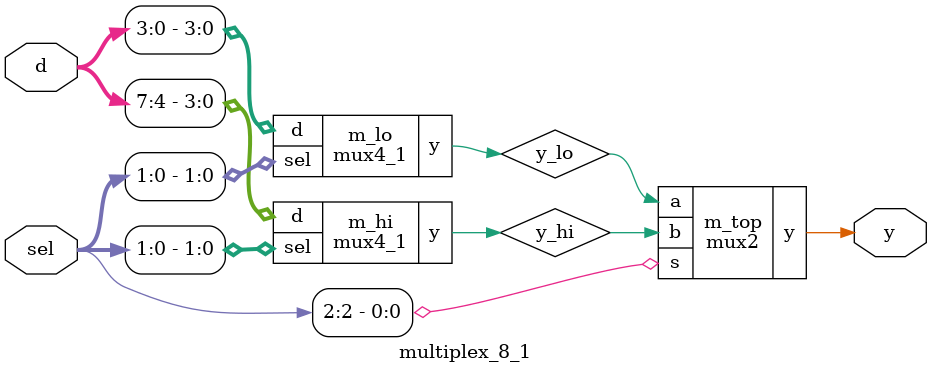
<source format=v>

module mux2(input wire a, input wire b, input wire s, output wire y);
    assign y = s ? b : a;
endmodule

module mux4_1(input wire [3:0] d, input wire [1:0] sel, output wire y);
    wire lo, hi;
    mux2 m0(d[0], d[1], sel[0], lo);
    mux2 m1(d[2], d[3], sel[0], hi);
    mux2 m2(lo, hi, sel[1], y);
endmodule

module multiplex_8_1(input wire [7:0] d, input wire [2:0] sel, output wire y);
    wire y_lo, y_hi;
    mux4_1 m_lo(.d(d[3:0]), .sel(sel[1:0]), .y(y_lo));
    mux4_1 m_hi(.d(d[7:4]), .sel(sel[1:0]), .y(y_hi));
    mux2   m_top(.a(y_lo), .b(y_hi), .s(sel[2]), .y(y));
endmodule

</source>
